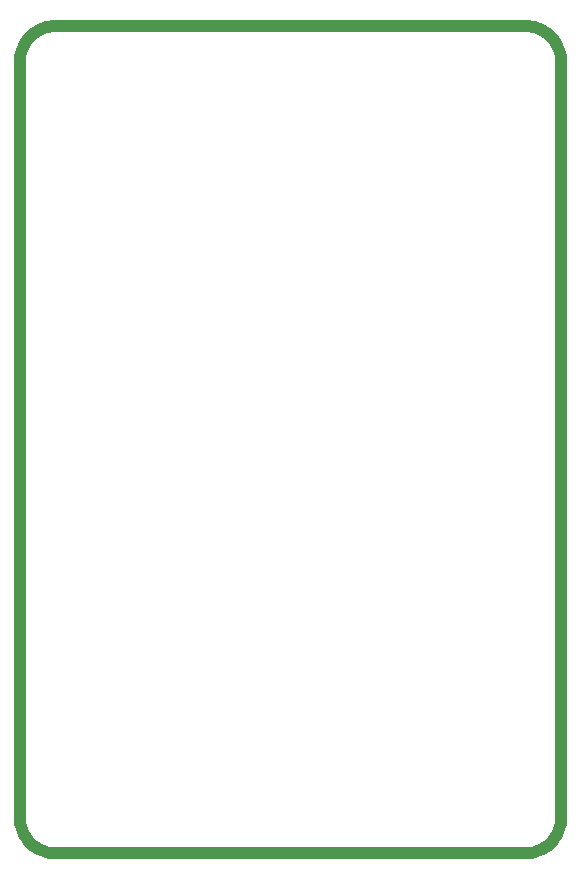
<source format=gko>
G04*
G04 #@! TF.GenerationSoftware,Altium Limited,Altium Designer,23.8.1 (32)*
G04*
G04 Layer_Color=16711935*
%FSLAX25Y25*%
%MOIN*%
G70*
G04*
G04 #@! TF.SameCoordinates,823993F6-8BEF-49D6-9206-44A6C2E96FBA*
G04*
G04*
G04 #@! TF.FilePolarity,Positive*
G04*
G01*
G75*
%ADD63C,0.03937*%
D63*
X473000Y537780D02*
X472960Y538755D01*
X472839Y539724D01*
X472639Y540679D01*
X472360Y541615D01*
X472006Y542524D01*
X471577Y543401D01*
X471077Y544240D01*
X470510Y545034D01*
X469879Y545779D01*
X469189Y546469D01*
X468444Y547100D01*
X467649Y547668D01*
X466811Y548167D01*
X465934Y548596D01*
X465024Y548951D01*
X464089Y549229D01*
X463133Y549430D01*
X462165Y549550D01*
X461189Y549591D01*
Y274000D02*
X462165Y274040D01*
X463133Y274161D01*
X464089Y274361D01*
X465024Y274640D01*
X465934Y274995D01*
X466811Y275424D01*
X467649Y275923D01*
X468444Y276490D01*
X469189Y277121D01*
X469879Y277812D01*
X470510Y278557D01*
X471077Y279351D01*
X471577Y280190D01*
X472006Y281067D01*
X472360Y281976D01*
X472639Y282912D01*
X472839Y283867D01*
X472960Y284836D01*
X473000Y285811D01*
X304311Y549591D02*
X303336Y549550D01*
X302367Y549430D01*
X301412Y549229D01*
X300476Y548951D01*
X299567Y548596D01*
X298690Y548167D01*
X297851Y547668D01*
X297057Y547100D01*
X296312Y546469D01*
X295621Y545779D01*
X294990Y545034D01*
X294423Y544240D01*
X293923Y543401D01*
X293495Y542524D01*
X293140Y541615D01*
X292861Y540679D01*
X292661Y539724D01*
X292540Y538755D01*
X292500Y537780D01*
Y285811D02*
X292540Y284836D01*
X292661Y283867D01*
X292861Y282912D01*
X293140Y281976D01*
X293495Y281067D01*
X293923Y280190D01*
X294423Y279351D01*
X294990Y278556D01*
X295621Y277812D01*
X296312Y277121D01*
X297057Y276490D01*
X297851Y275923D01*
X298690Y275424D01*
X299567Y274995D01*
X300476Y274640D01*
X301412Y274361D01*
X302367Y274161D01*
X303336Y274040D01*
X304311Y274000D01*
X461189D01*
X304311Y549591D02*
X461189D01*
X473000Y285811D02*
Y537780D01*
X292500Y285811D02*
Y537780D01*
M02*

</source>
